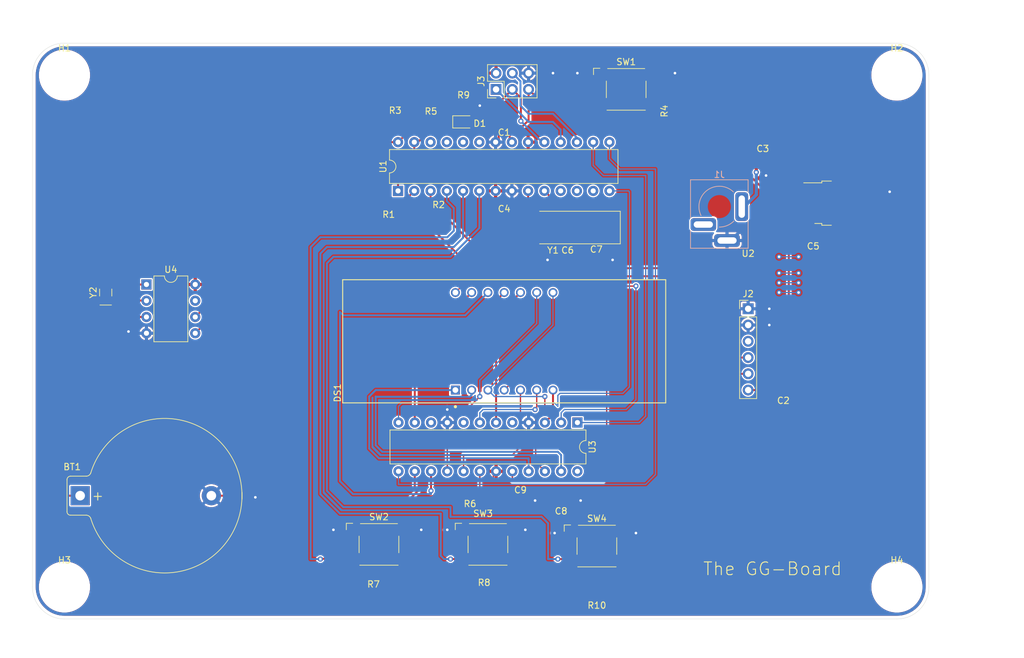
<source format=kicad_pcb>
(kicad_pcb (version 20211014) (generator pcbnew)
  (layers (0 "F.Cu" signal) (31 "B.Cu" signal) (34 "B.Paste" user) (35 "F.Paste" user) (36 "B.SilkS" user "B.Silkscreen") (37 "F.SilkS" user "F.Silkscreen") (38 "B.Mask" user) (39 "F.Mask" user) (44 "Edge.Cuts" user))
  (net 0 "")
  (net 1 "Net-(BT1-Pad1)")
  (net 2 "GND")
  (net 3 "Net-(C1-Pad1)")
  (net 4 "RESET")
  (net 5 "Net-(C2-Pad2)")
  (net 6 "Net-(C3-Pad1)")
  (net 7 "VCC")
  (net 8 "Net-(C6-Pad1)")
  (net 9 "Net-(C7-Pad1)")
  (net 10 "Net-(DS1-Pad1)")
  (net 11 "Net-(DS1-Pad2)")
  (net 12 "Net-(DS1-Pad3)")
  (net 13 "Net-(DS1-Pad4)")
  (net 14 "Net-(DS1-Pad5)")
  (net 15 "Net-(DS1-Pad6)")
  (net 16 "Net-(DS1-Pad7)")
  (net 17 "Net-(DS1-Pad9)")
  (net 18 "Net-(DS1-Pad10)")
  (net 19 "Net-(DS1-Pad11)")
  (net 20 "Net-(DS1-Pad12)")
  (net 21 "Net-(DS1-Pad13)")
  (net 22 "Net-(DS1-Pad14)")
  (net 24 "Net-(J2-Pad5)")
  (net 25 "Net-(J2-Pad4)")
  (net 27 "MISO")
  (net 28 "LED_SCK")
  (net 29 "MOSI")
  (net 30 "RXD")
  (net 31 "TXD")
  (net 32 "SCL")
  (net 33 "SDA")
  (net 34 "Net-(R6-Pad2)")
  (net 35 "BTN_DWN")
  (net 36 "BTN_SEL")
  (net 37 "BTN_UP")
  (net 41 "DISP_LOAD")
  (net 42 "DISP_CLK")
  (net 43 "DISP_DATA")
  (net 52 "Net-(U4-Pad1)")
  (net 53 "Net-(U4-Pad2)")
  (net 55 "Net-(D1-Pad1)")
  (footprint "footprints:MountingHole_3.2mm_M3" (layer "F.Cu") (at 215 140)
    (fp_text reference "H4")
    (fp_text value "MountingHole")
  )
  (footprint "footprints:C_0805_2012Metric" (layer "F.Cu") (at 197.27 109.22 180)
    (fp_text reference "C2")
    (fp_text value "C_0805_0.1uf")
  )
  (footprint "footprints:C_0805_2012Metric" (layer "F.Cu") (at 168.06 88.88)
    (fp_text reference "C7")
    (fp_text value "C_0805_22pf")
  )
  (footprint "footprints:PinHeader_2x03_P2.54mm_Vertical" (layer "F.Cu") (at 152.4 62.23 90)
    (fp_text reference "J3")
    (fp_text value "Conn_02x03_Odd_Even")
  )
  (footprint "footprints:TO-252-2" (layer "F.Cu") (at 205.74 80.01)
    (fp_text reference "U2")
    (fp_text value "L7805")
  )
  (footprint "footprints:C_0805_2012Metric" (layer "F.Cu") (at 153.67 67.31 180)
    (fp_text reference "C1")
    (fp_text value "C_0805_10uf")
  )
  (footprint "footprints:PinHeader_1x06_P2.54mm_Vertical" (layer "F.Cu") (at 191.77 96.52)
    (fp_text reference "J2")
    (fp_text value "Conn_01x06")
  )
  (footprint "footprints:SW_SPST_Omron_B3FS-100xP" (layer "F.Cu") (at 151.13 133.35)
    (fp_text reference "SW3")
    (fp_text value "Omron_B3F_SPST")
  )
  (footprint "footprints:R_0805_2012Metric" (layer "F.Cu") (at 151.13 127 180)
    (fp_text reference "R6")
    (fp_text value "R_0805_22K")
  )
  (footprint "footprints:R_0805_2012Metric" (layer "F.Cu") (at 180.34 65.62 90)
    (fp_text reference "R4")
    (fp_text value "R_0805_10K")
  )
  (footprint "footprints:C_0805_2012Metric" (layer "F.Cu") (at 153.67 82.55)
    (fp_text reference "C4")
    (fp_text value "C_0805_0.1uf")
  )
  (footprint "footprints:R_0805_2012Metric" (layer "F.Cu") (at 133.262 141.224)
    (fp_text reference "R7")
    (fp_text value "R_0805_10K")
  )
  (footprint "footprints:LED_0805_2012Metric" (layer "F.Cu") (at 147.32 67.31)
    (fp_text reference "D1")
    (fp_text value "LED_0805")
  )
  (footprint "footprints:C_0805_2012Metric" (layer "F.Cu") (at 156.21 126.492)
    (fp_text reference "C9")
    (fp_text value "C_0805_10uf")
  )
  (footprint "footprints:Adafruit-1001-0-0-MFG" (layer "F.Cu") (at 153.67 101.6 90)
    (fp_text reference "DS1")
    (fp_text value "LED_Display_1001" hide)
  )
  (footprint "footprints:DIP-28_W7.62mm" (layer "F.Cu") (at 137.09 78.095 90)
    (fp_text reference "U1")
    (fp_text value "ATmega328-PU")
  )
  (footprint "footprints:R_0805_2012Metric" (layer "F.Cu") (at 168.148 141.224 180)
    (fp_text reference "R10")
    (fp_text value "R_0805_10K")
  )
  (footprint "footprints:MountingHole_3.2mm_M3" (layer "F.Cu") (at 215 60)
    (fp_text reference "H2")
    (fp_text value "MountingHole")
  )
  (footprint "footprints:R_0805_2012Metric" (layer "F.Cu") (at 142.24 67.31)
    (fp_text reference "R5")
    (fp_text value "R_0805_4.7K")
  )
  (footprint "footprints:MountingHole_3.2mm_M3" (layer "F.Cu") (at 85 140)
    (fp_text reference "H3")
    (fp_text value "MountingHole")
  )
  (footprint "footprints:DIP-8_W7.62mm" (layer "F.Cu") (at 97.8 92.72)
    (fp_text reference "U4")
    (fp_text value "DS1307_DIP-8")
  )
  (footprint "footprints:SW_SPST_Omron_B3FS-100xP" (layer "F.Cu") (at 172.72 62.23)
    (fp_text reference "SW1")
    (fp_text value "Omron_B3F_SPST")
  )
  (footprint "footprints:C_0805_2012Metric" (layer "F.Cu") (at 201.93 85.09 180)
    (fp_text reference "C5")
    (fp_text value "C_0805_0.1uf")
  )
  (footprint "footprints:BatteryHolder_Keystone_106_1x20mm" (layer "F.Cu") (at 87.446314 125.730017)
    (fp_text reference "BT1")
    (fp_text value "Battery_Cell")
  )
  (footprint "footprints:MountingHole_3.2mm_M3" (layer "F.Cu") (at 85 60)
    (fp_text reference "H1")
    (fp_text value "MountingHole")
  )
  (footprint "footprints:SW_SPST_Omron_B3FS-100xP" (layer "F.Cu") (at 134.112 133.35)
    (fp_text reference "SW2")
    (fp_text value "Omron_B3F_SPST")
  )
  (footprint "footprints:R_0805_2012Metric" (layer "F.Cu") (at 138.35 81.915)
    (fp_text reference "R1")
    (fp_text value "R_0805_47")
  )
  (footprint "footprints:R_0805_2012Metric" (layer "F.Cu") (at 143.43 81.915)
    (fp_text reference "R2")
    (fp_text value "R_0805_47")
  )
  (footprint "footprints:Crystal_SMD_HC49-SD" (layer "F.Cu") (at 165.1 83.82 180)
    (fp_text reference "Y1")
    (fp_text value "Crystal_16MHz")
  )
  (footprint "footprints:SW_SPST_Omron_B3FS-100xP" (layer "F.Cu") (at 168.148 133.604)
    (fp_text reference "SW4")
    (fp_text value "Omron_B3F_SPST")
  )
  (footprint "footprints:R_0805_2012Metric" (layer "F.Cu") (at 147.32 64.77)
    (fp_text reference "R9")
    (fp_text value "R_0805_2.2K")
  )
  (footprint "footprints:DIP-24_W7.62mm" (layer "F.Cu") (at 165.105 114.3 -90)
    (fp_text reference "U3")
    (fp_text value "MAX7219")
  )
  (footprint "footprints:Crystal_SMD_2Pin_3.2x1.5mm" (layer "F.Cu") (at 91.44 93.98 90)
    (fp_text reference "Y2")
    (fp_text value "Crystal_32768Hz")
  )
  (footprint "footprints:R_0805_2012Metric" (layer "F.Cu") (at 150.534 140.97)
    (fp_text reference "R8")
    (fp_text value "R_0805_10K")
  )
  (footprint "footprints:C_0805_2012Metric" (layer "F.Cu") (at 162.98 88.88 180)
    (fp_text reference "C6")
    (fp_text value "C_0805_22pf")
  )
  (footprint "footprints:R_0805_2012Metric" (layer "F.Cu") (at 137.16 67.31)
    (fp_text reference "R3")
    (fp_text value "R_0805_4.7K")
  )
  (footprint "footprints:C_0805_2012Metric" (layer "F.Cu") (at 194.056 73.152)
    (fp_text reference "C3")
    (fp_text value "C_0805_0.1uf")
  )
  (footprint "footprints:C_0805_2012Metric" (layer "F.Cu") (at 162.56 126.492 180)
    (fp_text reference "C8")
    (fp_text value "C_0805_0.1uf")
  )
  (footprint "footprints:Wurth-694106402002" (layer "B.Cu") (at 187.268 80.552 180)
    (fp_text reference "J1")
    (fp_text value "Power_inlet_vertical" hide)
  )
  (gr_line locked (start 220 60) (end 220 140) (layer "Edge.Cuts") (width 0.05))
  (gr_line locked (start 80 60) (end 80 140) (layer "Edge.Cuts") (width 0.05))
  (gr_arc locked (start 80 60) (mid 81.464466 56.464466) (end 85 55) (layer "Edge.Cuts") (width 0.05))
  (gr_arc locked (start 85 145) (mid 81.464466 143.535534) (end 80 140) (layer "Edge.Cuts") (width 0.05))
  (gr_arc locked (start 220 140) (mid 218.535534 143.535534) (end 215 145) (layer "Edge.Cuts") (width 0.05))
  (gr_line locked (start 215 55) (end 85 55) (layer "Edge.Cuts") (width 0.05))
  (gr_arc locked (start 215 55) (mid 218.535534 56.464466) (end 220 60) (layer "Edge.Cuts") (width 0.05))
  (gr_line locked (start 215 145) (end 85 145) (layer "Edge.Cuts") (width 0.05))
  (gr_text "The GG-Board" (at 195.58 137.16) (layer "F.SilkS") (effects (font (size 2 2))))
  (segment (start 97.8 97.8) (end 86.604 97.8) (width 0.3048) (layer "F.Cu") (net 1))
  (segment (start 83.82 100.584) (end 83.82 125.984) (width 0.3048) (layer "F.Cu") (net 1))
  (segment (start 84.073983 125.730017) (end 87.446314 125.730017) (width 0.3048) (layer "F.Cu") (net 1))
  (segment (start 86.603992 97.800008) (end 83.82 100.584) (width 0.3048) (layer "F.Cu") (net 1))
  (segment (start 83.82 125.984) (end 84.073983 125.730017) (width 0.3048) (layer "F.Cu") (net 1))
  (segment (start 144.785 114.3) (end 144.785 112.273) (width 0.2032) (layer "F.Cu") (net 2))
  (segment (start 156.936 131.1) (end 156.972 131.064) (width 0.2032) (layer "F.Cu") (net 2))
  (segment (start 168.91 88.88) (end 170.6 88.88) (width 0.2032) (layer "F.Cu") (net 2))
  (segment (start 172.148 131.354) (end 174.026 131.354) (width 0.2032) (layer "F.Cu") (net 2))
  (segment (start 194.564 75.692) (end 194.564 73.494) (width 0.508) (layer "F.Cu") (net 2))
  (segment (start 144.816 131.1) (end 144.78 131.064) (width 0.2032) (layer "F.Cu") (net 2))
  (segment (start 207.84 80.01) (end 212.09 80.01) (width 0.508) (layer "F.Cu") (net 2))
  (segment (start 164.148 131.354) (end 161.762 131.354) (width 0.2032) (layer "F.Cu") (net 2))
  (segment (start 168.72 59.98) (end 165.39 59.98) (width 0.3048) (layer "F.Cu") (net 2))
  (segment (start 155.13 131.1) (end 156.936 131.1) (width 0.2032) (layer "F.Cu") (net 2))
  (segment (start 157.48 59.69) (end 161.29 59.69) (width 0.3048) (layer "F.Cu") (net 2))
  (segment (start 138.112 131.1) (end 140.68 131.1) (width 0.2032) (layer "F.Cu") (net 2))
  (segment (start 152.82 67.31) (end 152.82 69.985) (width 0.3048) (layer "F.Cu") (net 2))
  (segment (start 163.41 126.492) (end 165.608 126.492) (width 0.3048) (layer "F.Cu") (net 2))
  (segment (start 176.72 59.98) (end 180.05 59.98) (width 0.3048) (layer "F.Cu") (net 2))
  (segment (start 144.785 112.273) (end 144.78 112.268) (width 0.2032) (layer "F.Cu") (net 2))
  (segment (start 202.78 85.07) (end 207.84 80.01) (width 0.508) (layer "F.Cu") (net 2))
  (segment (start 152.82 69.985) (end 152.33 70.475) (width 0.3048) (layer "F.Cu") (net 2))
  (segment (start 191.77 96.52) (end 195.072 96.52) (width 0.3048) (layer "F.Cu") (net 2))
  (segment (start 107.936314 125.730017) (end 114.554017 125.730017) (width 0.3048) (layer "F.Cu") (net 2))
  (segment (start 154.87 82.2) (end 154.52 82.55) (width 0.2032) (layer "F.Cu") (net 2))
  (segment (start 127.036 131.1) (end 127 131.064) (width 0.2032) (layer "F.Cu") (net 2))
  (segment (start 148.17 64.77) (end 149.86 64.77) (width 0.3048) (layer "F.Cu") (net 2))
  (segment (start 162.13 88.88) (end 160.44 88.88) (width 0.2032) (layer "F.Cu") (net 2))
  (segment (start 154.87 78.095) (end 154.87 82.2) (width 0.2032) (layer "F.Cu") (net 2))
  (segment (start 147.13 131.1) (end 144.816 131.1) (width 0.2032) (layer "F.Cu") (net 2))
  (segment (start 114.554017 125.730017) (end 114.808 125.984) (width 0.3048) (layer "F.Cu") (net 2))
  (segment (start 212.09 80.01) (end 213.868 78.232) (width 0.508) (layer "F.Cu") (net 2))
  (segment (start 202.78 85.09) (end 202.78 85.07) (width 0.508) (layer "F.Cu") (net 2))
  (segment (start 161.762 131.354) (end 161.544 131.572) (width 0.2032) (layer "F.Cu") (net 2))
  (segment (start 97.8 100.34) (end 95.26 100.34) (width 0.3048) (layer "F.Cu") (net 2))
  (segment (start 174.026 131.354) (end 174.244 131.572) (width 0.2032) (layer "F.Cu") (net 2))
  (segment (start 180.05 59.98) (end 180.34 59.69) (width 0.3048) (layer "F.Cu") (net 2))
  (segment (start 165.39 59.98) (end 165.1 59.69) (width 0.3048) (layer "F.Cu") (net 2))
  (segment (start 140.68 131.1) (end 140.716 131.064) (width 0.2032) (layer "F.Cu") (net 2))
  (segment (start 130.112 131.1) (end 127.036 131.1) (width 0.2032) (layer "F.Cu") (net 2))
  (segment (start 194.564 73.494) (end 194.906 73.152) (width 0.508) (layer "F.Cu") (net 2))
  (segment (start 157.06 126.492) (end 158.496 126.492) (width 0.3048) (layer "F.Cu") (net 2))
  (segment (start 95.26 100.34) (end 94.996 100.076) (width 0.3048) (layer "F.Cu") (net 2))
  (segment (start 191.77 99.06) (end 195.072 99.06) (width 0.3048) (layer "F.Cu") (net 2))
  (via (at 180.34 59.69) (size 0.8128) (drill 0.4064) (layers "F.Cu" "B.Cu") (net 2))
  (via (at 213.868 78.232) (size 0.8128) (drill 0.4064) (layers "F.Cu" "B.Cu") (net 2))
  (via (at 156.972 131.064) (size 0.8128) (drill 0.4064) (layers "F.Cu" "B.Cu") (net 2))
  (via (at 127 131.064) (size 0.8128) (drill 0.4064) (layers "F.Cu" "B.Cu") (net 2))
  (via (at 140.716 131.064) (size 0.8128) (drill 0.4064) (layers "F.Cu" "B.Cu") (net 2))
  (via (at 158.496 126.492) (size 0.8128) (drill 0.4064) (layers "F.Cu" "B.Cu") (net 2))
  (via (at 195.072 99.06) (size 0.8128) (drill 0.4064) (layers "F.Cu" "B.Cu") (net 2))
  (via (at 165.1 59.69) (size 0.8128) (drill 0.4064) (layers "F.Cu" "B.Cu") (net 2))
  (via (at 161.544 131.572) (size 0.8128) (drill 0.4064) (layers "F.Cu" "B.Cu") (net 2))
  (via (at 149.86 64.77) (size 0.8128) (drill 0.4064) (layers "F.Cu" "B.Cu") (net 2))
  (via (at 174.244 131.572) (size 0.8128) (drill 0.4064) (layers "F.Cu" "B.Cu") (net 2))
  (via (at 165.608 126.492) (size 0.8128) (drill 0.4064) (layers "F.Cu" "B.Cu") (net 2))
  (via (at 144.78 112.268) (size 0.8128) (drill 0.4064) (layers "F.Cu" "B.Cu") (net 2))
  (via (at 160.44 88.88) (size 0.8128) (drill 0.4064) (layers "F.Cu" "B.Cu") (net 2))
  (via (at 94.996 100.076) (size 0.8128) (drill 0.4064) (layers "F.Cu" "B.Cu") (net 2))
  (via (at 161.29 59.69) (size 0.8128) (drill 0.4064) (layers "F.Cu" "B.Cu") (net 2))
  (via (at 195.072 96.52) (size 0.8128) (drill 0.4064) (layers "F.Cu" "B.Cu") (net 2))
  (via (at 114.808 125.984) (size 0.8128) (drill 0.4064) (layers "F.Cu" "B.Cu") (net 2))
  (via (at 170.6 88.88) (size 0.8128) (drill 0.4064) (layers "F.Cu" "B.Cu") (net 2))
  (via (at 144.78 131.064) (size 0.8128) (drill 0.4064) (layers "F.Cu" "B.Cu") (net 2))
  (via (at 194.564 75.692) (size 0.8128) (drill 0.4064) (layers "F.Cu" "B.Cu") (net 2))
  (segment (start 194.564 82.296) (end 194.564 75.692) (width 0.508) (layer "B.Cu") (net 2))
  (segment (start 189.071006 85.852) (end 192.627006 82.296) (width 0.508) (layer "B.Cu") (net 2))
  (segment (start 192.627006 82.296) (end 194.564 82.296) (width 0.508) (layer "B.Cu") (net 2))
  (segment (start 188.468 85.852) (end 189.071006 85.852) (width 0.508) (layer "B.Cu") (net 2))
  (segment (start 154.52 70.125) (end 154.87 70.475) (width 0.3048) (layer "F.Cu") (net 3))
  (segment (start 154.52 67.31) (end 154.52 70.125) (width 0.3048) (layer "F.Cu") (net 3))
  (segment (start 157.48 62.23) (end 157.48 67.056) (width 0.3048) (layer "F.Cu") (net 4))
  (segment (start 156.025111 68.510889) (end 156.025111 74.098889) (width 0.3048) (layer "F.Cu") (net 4))
  (segment (start 176.72 64.48) (end 180.05 64.48) (width 0.3048) (layer "F.Cu") (net 4))
  (segment (start 157.48 67.056) (end 156.025111 68.510889) (width 0.3048) (layer "F.Cu") (net 4))
  (segment (start 137.16 75.692) (end 137.09 75.762) (width 0.3048) (layer "F.Cu") (net 4))
  (segment (start 198.12 81.788) (end 181.102 64.77) (width 0.3048) (layer "F.Cu") (net 4))
  (segment (start 157.48 62.23) (end 159.73 64.48) (width 0.3048) (layer "F.Cu") (net 4))
  (segment (start 180.05 64.48) (end 180.34 64.77) (width 0.3048) (layer "F.Cu") (net 4))
  (segment (start 156.025111 74.098889) (end 154.432 75.692) (width 0.3048) (layer "F.Cu") (net 4))
  (segment (start 181.102 64.77) (end 180.34 64.77) (width 0.3048) (layer "F.Cu") (net 4))
  (segment (start 168.72 64.48) (end 176.72 64.48) (width 0.3048) (layer "F.Cu") (net 4))
  (segment (start 159.73 64.48) (end 168.72 64.48) (width 0.3048) (layer "F.Cu") (net 4))
  (segment (start 137.09 75.762) (end 137.09 78.095) (width 0.3048) (layer "F.Cu") (net 4))
  (segment (start 154.432 75.692) (end 137.16 75.692) (width 0.3048) (layer "F.Cu") (net 4))
  (segment (start 198.12 109.22) (end 198.12 81.788) (width 0.3048) (layer "F.Cu") (net 4))
  (segment (start 191.77 109.22) (end 196.42 109.22) (width 0.3048) (layer "F.Cu") (net 5))
  (segment (start 193.548 68.58) (end 201.168 68.58) (width 0.508) (layer "F.Cu") (net 6))
  (segment (start 201.168 68.58) (end 201.676 69.088) (width 0.508) (layer "F.Cu") (net 6))
  (segment (start 193.04 73.318) (end 193.206 73.152) (width 0.508) (layer "F.Cu") (net 6))
  (segment (start 201.54 69.224) (end 201.54 77.73) (width 0.508) (layer "F.Cu") (net 6))
  (segment (start 193.04 75.184) (end 193.04 73.318) (width 0.508) (layer "F.Cu") (net 6))
  (segment (start 193.206 68.922) (end 193.548 68.58) (width 0.508) (layer "F.Cu") (net 6))
  (segment (start 193.206 73.152) (end 193.206 68.922) (width 0.508) (layer "F.Cu") (net 6))
  (segment (start 201.676 69.088) (end 201.54 69.224) (width 0.508) (layer "F.Cu") (net 6))
  (via (at 193.04 75.184) (size 0.8128) (drill 0.4064) (layers "F.Cu" "B.Cu") (net 6))
  (segment (start 193.04 78.684) (end 193.04 75.184) (width 0.508) (layer "B.Cu") (net 6))
  (segment (start 190.952 80.772) (end 193.04 78.684) (width 0.508) (layer "B.Cu") (net 6))
  (segment (start 132.842 67.31) (end 136.31 67.31) (width 0.3048) (layer "F.Cu") (net 7))
  (segment (start 105.42 92.72) (end 107.432 92.72) (width 0.3048) (layer "F.Cu") (net 7))
  (segment (start 107.432 92.72) (end 132.842 67.31) (width 0.3048) (layer "F.Cu") (net 7))
  (segment (start 152.33 78.095) (end 152.33 82.06) (width 0.2032) (layer "F.Cu") (net 7))
  (segment (start 201.08 82.75) (end 201.54 82.29) (width 0.508) (layer "F.Cu") (net 7))
  (segment (start 152.33 82.06) (end 152.82 82.55) (width 0.2032) (layer "F.Cu") (net 7))
  (segment (start 151.98 122.345) (end 152.405 121.92) (width 0.2032) (layer "F.Cu") (net 7))
  (segment (start 201.08 85.09) (end 201.08 82.75) (width 0.508) (layer "F.Cu") (net 7))
  (segment (start 151.98 127) (end 151.98 122.345) (width 0.2032) (layer "F.Cu") (net 7))
  (via (at 199.644 92.456) (size 0.8128) (drill 0.4064) (layers "F.Cu" "B.Cu") (net 7))
  (via (at 196.596 92.456) (size 0.8128) (drill 0.4064) (layers "F.Cu" "B.Cu") (net 7))
  (via (at 199.644 90.932) (size 0.8128) (drill 0.4064) (layers "F.Cu" "B.Cu") (net 7))
  (via (at 196.596 90.932) (size 0.8128) (drill 0.4064) (layers "F.Cu" "B.Cu") (net 7))
  (via (at 196.596 88.392) (size 0.8128) (drill 0.4064) (layers "F.Cu" "B.Cu") (net 7))
  (via (at 199.644 88.392) (size 0.8128) (drill 0.4064) (layers "F.Cu" "B.Cu") (net 7))
  (via (at 199.644 93.98) (size 0.8128) (drill 0.4064) (layers "F.Cu" "B.Cu") (net 7))
  (via (at 196.596 93.98) (size 0.8128) (drill 0.4064) (layers "F.Cu" "B.Cu") (net 7))
  (segment (start 196.596 90.932) (end 199.644 90.932) (width 0.2032) (layer "B.Cu") (net 7))
  (segment (start 196.596 88.392) (end 199.644 88.392) (width 0.2032) (layer "B.Cu") (net 7))
  (segment (start 196.596 93.98) (end 199.644 93.98) (width 0.2032) (layer "B.Cu") (net 7))
  (segment (start 196.596 92.456) (end 199.644 92.456) (width 0.2032) (layer "B.Cu") (net 7))
  (segment (start 157.41 78.095) (end 157.41 79.94) (width 0.3048) (layer "F.Cu") (net 8))
  (segment (start 160.02 80.01) (end 160.85 80.84) (width 0.3048) (layer "F.Cu") (net 8))
  (segment (start 160.85 80.84) (end 160.85 83.82) (width 0.3048) (layer "F.Cu") (net 8))
  (segment (start 163.83 86.8) (end 163.83 88.88) (width 0.3048) (layer "F.Cu") (net 8))
  (segment (start 157.41 79.94) (end 157.48 80.01) (width 0.3048) (layer "F.Cu") (net 8))
  (segment (start 160.85 83.82) (end 163.83 86.8) (width 0.3048) (layer "F.Cu") (net 8))
  (segment (start 157.48 80.01) (end 160.02 80.01) (width 0.3048) (layer "F.Cu") (net 8))
  (segment (start 161.865 80.01) (end 168.91 80.01) (width 0.3048) (layer "F.Cu") (net 9))
  (segment (start 169.35 83.82) (end 167.21 85.96) (width 0.3048) (layer "F.Cu") (net 9))
  (segment (start 159.95 78.095) (end 161.865 80.01) (width 0.3048) (layer "F.Cu") (net 9))
  (segment (start 168.91 80.01) (end 169.35 80.45) (width 0.3048) (layer "F.Cu") (net 9))
  (segment (start 169.35 80.45) (end 169.35 83.82) (width 0.3048) (layer "F.Cu") (net 9))
  (segment (start 167.21 85.96) (end 167.21 88.88) (width 0.3048) (layer "F.Cu") (net 9))
  (segment (start 134.112 119.888) (end 157.48 119.888) (width 0.3048) (layer "B.Cu") (net 10))
  (segment (start 132.588 118.364) (end 134.112 119.888) (width 0.3048) (layer "B.Cu") (net 10))
  (segment (start 157.48 119.888) (end 157.485 119.893) (width 0.3048) (layer "B.Cu") (net 10))
  (segment (start 146.05 109.22) (end 133.604 109.22) (width 0.3048) (layer "B.Cu") (net 10))
  (segment (start 157.485 119.893) (end 157.485 121.92) (width 0.3048) (layer "B.Cu") (net 10))
  (segment (start 133.604 109.22) (end 132.588 110.236) (width 0.3048) (layer "B.Cu") (net 10))
  (segment (start 132.588 110.236) (end 132.588 118.364) (width 0.3048) (layer "B.Cu") (net 10))
  (segment (start 148.59 109.22) (end 148.59 109.982) (width 0.3048) (layer "B.Cu") (net 11))
  (segment (start 133.604 110.236) (end 133.604 117.856) (width 0.3048) (layer "B.Cu") (net 11))
  (segment (start 148.296889 110.275111) (end 133.643111 110.275111) (width 0.3048) (layer "B.Cu") (net 11))
  (segment (start 148.59 109.982) (end 148.296889 110.275111) (width 0.3048) (layer "B.Cu") (net 11))
  (segment (start 162.565004 119.385004) (end 162.565004 121.92) (width 0.3048) (layer "B.Cu") (net 11))
  (segment (start 162.052 118.872) (end 162.565 119.385) (width 0.3048) (layer "B.Cu") (net 11))
  (segment (start 134.62 118.872) (end 162.052 118.872) (width 0.3048) (layer "B.Cu") (net 11))
  (segment (start 133.604 117.856) (end 134.62 118.872) (width 0.3048) (layer "B.Cu") (net 11))
  (segment (start 133.643111 110.275111) (end 133.604 110.236) (width 0.3048) (layer "B.Cu") (net 11))
  (segment (start 160.02 110.236) (end 160.02 112.411889) (width 0.2032) (layer "F.Cu") (net 12))
  (segment (start 158.589311 113.842578) (end 158.589311 120.484311) (width 0.2032) (layer "F.Cu") (net 12))
  (segment (start 158.589311 120.484311) (end 160.025 121.92) (width 0.2032) (layer "F.Cu") (net 12))
  (segment (start 160.02 112.411889) (end 158.589311 113.842578) (width 0.2032) (layer "F.Cu") (net 12))
  (via (at 160.02 110.236) (size 0.8128) (drill 0.4064) (layers "F.Cu" "B.Cu") (net 12))
  (segment (start 161.29 99.06) (end 151.13 109.22) (width 0.2032) (layer "B.Cu") (net 12))
  (segment (start 152.146 110.236) (end 160.02 110.236) (width 0.2032) (layer "B.Cu") (net 12))
  (segment (start 151.13 109.22) (end 152.146 110.236) (width 0.2032) (layer "B.Cu") (net 12))
  (segment (start 161.29 93.98) (end 161.29 99.06) (width 0.2032) (layer "B.Cu") (net 12))
  (segment (start 155.702 107.188) (end 169.672 107.188) (width 0.2032) (layer "F.Cu") (net 13))
  (segment (start 154.94 123.444) (end 154.945 123.439) (width 0.2032) (layer "F.Cu") (net 13))
  (segment (start 169.672 107.188) (end 169.672 122.936) (width 0.2032) (layer "F.Cu") (net 13))
  (segment (start 153.67 109.22) (end 155.702 107.188) (width 0.2032) (layer "F.Cu") (net 13))
  (segment (start 169.164 123.444) (end 154.94 123.444) (width 0.2032) (layer "F.Cu") (net 13))
  (segment (start 169.672 122.936) (end 169.164 123.444) (width 0.2032) (layer "F.Cu") (net 13))
  (segment (start 154.945 123.439) (end 154.945 121.92) (width 0.2032) (layer "F.Cu") (net 13))
  (segment (start 156.21 109.22) (end 156.21 117.602) (width 0.2032) (layer "F.Cu") (net 14))
  (segment (start 154.94 119.38) (end 147.32 119.38) (width 0.2032) (layer "F.Cu") (net 14))
  (segment (start 147.325 119.385) (end 147.325 121.92) (width 0.2032) (layer "F.Cu") (net 14))
  (segment (start 147.32 119.38) (end 147.325 119.385) (width 0.2032) (layer "F.Cu") (net 14))
  (segment (start 156.464 117.856) (end 154.94 119.38) (width 0.2032) (layer "F.Cu") (net 14))
  (segment (start 156.21 117.602) (end 156.464 117.856) (width 0.2032) (layer "F.Cu") (net 14))
  (segment (start 158.496 112.268) (end 158.75 112.014) (width 0.2032) (layer "F.Cu") (net 15))
  (segment (start 158.75 112.014) (end 158.75 109.22) (width 0.2032) (layer "F.Cu") (net 15))
  (via (at 158.496 112.268) (size 0.8128) (drill 0.4064) (layers "F.Cu" "B.Cu") (net 15))
  (segment (start 150.368 112.268) (end 158.496 112.268) (width 0.2032) (layer "B.Cu") (net 15))
  (segment (start 149.865 114.3) (end 149.865 112.771) (width 0.2032) (layer "B.Cu") (net 15))
  (segment (start 149.865 112.771) (end 150.368 112.268) (width 0.2032) (layer "B.Cu") (net 15))
  (segment (start 161.29 113.035) (end 160.025 114.3) (width 0.3048) (layer "F.Cu") (net 16))
  (segment (start 161.29 109.22) (end 161.29 113.035) (width 0.3048) (layer "F.Cu") (net 16))
  (segment (start 147.828 118.364) (end 144.78 118.364) (width 0.2032) (layer "F.Cu") (net 17))
  (segment (start 144.785 118.369) (end 144.785 121.92) (width 0.2032) (layer "F.Cu") (net 17))
  (segment (start 148.429311 117.762689) (end 147.828 118.364) (width 0.2032) (layer "F.Cu") (net 17))
  (segment (start 149.86 110.236) (end 148.429311 111.666689) (width 0.2032) (layer "F.Cu") (net 17))
  (segment (start 144.78 118.364) (end 144.785 118.369) (width 0.2032) (layer "F.Cu") (net 17))
  (segment (start 148.429311 111.666689) (end 148.429311 117.762689) (width 0.2032) (layer "F.Cu") (net 17))
  (via (at 149.86 110.236) (size 0.8128) (drill 0.4064) (layers "F.Cu" "B.Cu") (net 17))
  (segment (start 158.75 98.806) (end 149.86 107.696) (width 0.2032) (layer "B.Cu") (net 17))
  (segment (start 158.75 93.98) (end 158.75 98.806) (width 0.2032) (layer "B.Cu") (net 17))
  (segment (start 149.86 107.696) (end 149.86 110.236) (width 0.2032) (layer "B.Cu") (net 17))
  (segment (start 156.21 93.98) (end 152.405 97.785) (width 0.3048) (layer "F.Cu") (net 18))
  (segment (start 152.405 97.785) (end 152.405 114.3) (width 0.3048) (layer "F.Cu") (net 18))
  (segment (start 139.705 107.945) (end 139.705 114.3) (width 0.3048) (layer "F.Cu") (net 19))
  (segment (start 153.67 93.98) (end 139.705 107.945) (width 0.3048) (layer "F.Cu") (net 19))
  (segment (start 142.24 124.968) (end 142.245 124.963) (width 0.3048) (layer "F.Cu") (net 20))
  (segment (start 142.245 124.963) (end 142.245 121.92) (width 0.3048) (layer "F.Cu") (net 20))
  (via (at 142.24 124.968) (size 0.8128) (drill 0.4064) (layers "F.Cu" "B.Cu") (net 20))
  (segment (start 128.016 97.028) (end 128.016 123.444) (width 0.3048) (layer "B.Cu") (net 20))
  (segment (start 142.24 125.476) (end 142.24 124.968) (width 0.3048) (layer "B.Cu") (net 20))
  (segment (start 128.524 97.536) (end 128.016 97.028) (width 0.3048) (layer "B.Cu") (net 20))
  (segment (start 128.016 123.444) (end 130.048 125.476) (width 0.3048) (layer "B.Cu") (net 20))
  (segment (start 151.13 93.98) (end 147.574 97.536) (width 0.3048) (layer "B.Cu") (net 20))
  (segment (start 130.048 125.476) (end 142.24 125.476) (width 0.3048) (layer "B.Cu") (net 20))
  (segment (start 147.574 97.536) (end 128.524 97.536) (width 0.3048) (layer "B.Cu") (net 20))
  (segment (start 148.59 93.98) (end 146.558 96.012) (width 0.3048) (layer "F.Cu") (net 21))
  (segment (start 138.684 126.492) (end 140.208 124.968) (width 0.3048) (layer "F.Cu") (net 21))
  (segment (start 127 123.952) (end 129.54 126.492) (width 0.3048) (layer "F.Cu") (net 21))
  (segment (start 129.54 126.492) (end 138.684 126.492) (width 0.3048) (layer "F.Cu") (net 21))
  (segment (start 140.208 124.968) (end 139.705 124.465) (width 0.3048) (layer "F.Cu") (net 21))
  (segment (start 146.558 96.012) (end 127 96.012) (width 0.3048) (layer "F.Cu") (net 21))
  (segment (start 139.705 124.465) (end 139.705 121.92) (width 0.3048) (layer "F.Cu") (net 21))
  (segment (start 127 96.012) (end 127 123.952) (width 0.3048) (layer "F.Cu") (net 21))
  (segment (start 146.05 93.98) (end 147.054311 92.975689) (width 0.2032) (layer "F.Cu") (net 22))
  (segment (start 174.232311 92.975689) (end 174.244 92.964) (width 0.2032) (layer "F.Cu") (net 22))
  (segment (start 147.054311 92.975689) (end 174.232311 92.975689) (width 0.2032) (layer "F.Cu") (net 22))
  (via (at 174.244 92.964) (size 0.8128) (drill 0.4064) (layers "F.Cu" "B.Cu") (net 22))
  (segment (start 163.068 112.268) (end 162.565 112.771) (width 0.2032) (layer "B.Cu") (net 22))
  (segment (start 174.244 92.964) (end 174.244 110.744) (width 0.2032) (layer "B.Cu") (net 22))
  (segment (start 172.72 112.268) (end 163.068 112.268) (width 0.2032) (layer "B.Cu") (net 22))
  (segment (start 162.565 112.771) (end 162.565 114.3) (width 0.2032) (layer "B.Cu") (net 22))
  (segment (start 174.244 110.744) (end 172.72 112.268) (width 0.2032) (layer "B.Cu") (net 22))
  (segment (start 140.335 81.915) (end 149.86 91.44) (width 0.3048) (layer "F.Cu") (net 24))
  (segment (start 182.88 91.44) (end 186.69 95.25) (width 0.3048) (layer "F.Cu") (net 24))
  (segment (start 186.69 95.25) (end 186.69 106.68) (width 0.3048) (layer "F.Cu") (net 24))
  (segment (start 186.69 106.68) (end 191.77 106.68) (width 0.3048) (layer "F.Cu") (net 24))
  (segment (start 139.2 81.915) (end 140.335 81.915) (width 0.2032) (layer "F.Cu") (net 24))
  (segment (start 149.86 91.44) (end 182.88 91.44) (width 0.3048) (layer "F.Cu") (net 24))
  (segment (start 144.28 81.915) (end 152.535 90.17) (width 0.3048) (layer "F.Cu") (net 25))
  (segment (start 187.96 93.98) (end 187.96 104.14) (width 0.3048) (layer "F.Cu") (net 25))
  (segment (start 184.15 90.17) (end 187.96 93.98) (width 0.3048) (layer "F.Cu") (net 25))
  (segment (start 187.96 104.14) (end 191.77 104.14) (width 0.3048) (layer "F.Cu") (net 25))
  (segment (start 152.535 90.17) (end 184.15 90.17) (width 0.3048) (layer "F.Cu") (net 25))
  (segment (start 157.48 67.31) (end 161.29 67.31) (width 0.3048) (layer "B.Cu") (net 27))
  (segment (start 161.29 67.31) (end 162.49 68.51) (width 0.3048) (layer "B.Cu") (net 27))
  (segment (start 162.49 68.51) (end 162.49 70.475) (width 0.3048) (layer "B.Cu") (net 27))
  (segment (start 152.4 62.23) (end 157.48 67.31) (width 0.3048) (layer "B.Cu") (net 27))
  (segment (start 148.2575 67.31) (end 149.86 67.31) (width 0.3048) (layer "F.Cu") (net 28))
  (segment (start 154.94 62.23) (end 156.276076 63.566076) (width 0.3048) (layer "F.Cu") (net 28))
  (segment (start 149.86 67.31) (end 154.94 62.23) (width 0.3048) (layer "F.Cu") (net 28))
  (segment (start 156.276076 63.566076) (end 156.276076 67.183) (width 0.3048) (layer "F.Cu") (net 28))
  (via (at 156.276076 67.183) (size 0.8128) (drill 0.4064) (layers "F.Cu" "B.Cu") (net 28))
  (segment (start 156.276076 67.183) (end 159.568076 70.475) (width 0.3048) (layer "B.Cu") (net 28))
  (segment (start 159.568076 70.475) (end 159.95 70.475) (width 0.3048) (layer "B.Cu") (net 28))
  (segment (start 165.03 69.78) (end 165.03 70.475) (width 0.3048) (layer "B.Cu") (net 29))
  (segment (start 154.94 59.69) (end 156.21 60.96) (width 0.3048) (layer "B.Cu") (net 29))
  (segment (start 156.21 60.96) (end 156.21 64.77) (width 0.3048) (layer "B.Cu") (net 29))
  (segment (start 156.21 64.77) (end 157.48 66.04) (width 0.3048) (layer "B.Cu") (net 29))
  (segment (start 161.29 66.04) (end 165.03 69.78) (width 0.3048) (layer "B.Cu") (net 29))
  (segment (start 157.48 66.04) (end 161.29 66.04) (width 0.3048) (layer "B.Cu") (net 29))
  (segment (start 137.5 80.225) (end 137.5 81.915) (width 0.3048) (layer "F.Cu") (net 30))
  (segment (start 139.63 78.095) (end 137.5 80.225) (width 0.3048) (layer "F.Cu") (net 30))
  (segment (start 142.17 81.505) (end 142.58 81.915) (width 0.2032) (layer "F.Cu") (net 31))
  (segment (start 142.17 78.095) (end 142.17 81.505) (width 0.3048) (layer "F.Cu") (net 31))
  (segment (start 132.08 71.14) (end 132.08 70.612) (width 0.3048) (layer "F.Cu") (net 32))
  (segment (start 138.01 69.555) (end 137.09 70.475) (width 0.3048) (layer "F.Cu") (net 32))
  (segment (start 132.217 70.475) (end 137.09 70.475) (width 0.3048) (layer "F.Cu") (net 32))
  (segment (start 105.42 97.8) (end 132.08 71.14) (width 0.3048) (layer "F.Cu") (net 32))
  (segment (start 132.08 70.612) (end 132.217 70.475) (width 0.3048) (layer "F.Cu") (net 32))
  (segment (start 138.01 67.31) (end 138.01 69.555) (width 0.3048) (layer "F.Cu") (net 32))
  (segment (start 143.09 67.595222) (end 143.09 67.31) (width 0.3048) (layer "F.Cu") (net 33))
  (segment (start 105.42 100.34) (end 131.592 74.168) (width 0.3048) (layer "F.Cu") (net 33))
  (segment (start 139.7 74.168) (end 140.208 73.66) (width 0.3048) (layer "F.Cu") (net 33))
  (segment (start 140.208 73.66) (end 139.63 73.082) (width 0.3048) (layer "F.Cu") (net 33))
  (segment (start 140.210222 70.475) (end 143.09 67.595222) (width 0.3048) (layer "F.Cu") (net 33))
  (segment (start 139.63 73.082) (end 139.63 70.475) (width 0.3048) (layer "F.Cu") (net 33))
  (segment (start 131.592 74.168) (end 139.7 74.168) (width 0.3048) (layer "F.Cu") (net 33))
  (segment (start 139.63 70.475) (end 140.210222 70.475) (width 0.3048) (layer "F.Cu") (net 33))
  (segment (start 149.865 126.585) (end 150.28 127) (width 0.2032) (layer "F.Cu") (net 34))
  (segment (start 149.865 121.92) (end 149.865 126.585) (width 0.2032) (layer "F.Cu") (net 34))
  (segment (start 138.176 137.16) (end 138.112 137.096) (width 0.2032) (layer "F.Cu") (net 35))
  (segment (start 130.112 135.6) (end 138.112 135.6) (width 0.2032) (layer "F.Cu") (net 35))
  (segment (start 124.968 135.636) (end 125.004 135.6) (width 0.3048) (layer "F.Cu") (net 35))
  (segment (start 130.173 137.16) (end 130.048 137.16) (width 0.2032) (layer "F.Cu") (net 35))
  (segment (start 134.112 141.224) (end 134.112 141.099) (width 0.2032) (layer "F.Cu") (net 35))
  (segment (start 134.112 141.099) (end 130.173 137.16) (width 0.2032) (layer "F.Cu") (net 35))
  (segment (start 125.004 135.6) (end 130.112 135.6) (width 0.3048) (layer "F.Cu") (net 35))
  (segment (start 138.112 137.096) (end 138.112 135.6) (width 0.2032) (layer "F.Cu") (net 35))
  (segment (start 130.048 137.16) (end 130.112 137.096) (width 0.2032) (layer "F.Cu") (net 35))
  (segment (start 130.112 137.096) (end 130.112 135.6) (width 0.2032) (layer "F.Cu") (net 35))
  (segment (start 134.112 141.224) (end 138.176 137.16) (width 0.2032) (layer "F.Cu") (net 35))
  (via (at 124.968 135.636) (size 0.8128) (drill 0.4064) (layers "F.Cu" "B.Cu") (net 35))
  (segment (start 144.78 85.344) (end 124.968 85.344) (width 0.3048) (layer "B.Cu") (net 35))
  (segment (start 124.968 85.344) (end 123.444 86.868) (width 0.3048) (layer "B.Cu") (net 35))
  (segment (start 145.796 84.328) (end 144.78 85.344) (width 0.3048) (layer "B.Cu") (net 35))
  (segment (start 144.709998 78.094992) (end 144.709998 79.685998) (width 0.3048) (layer "B.Cu") (net 35))
  (segment (start 123.444 135.636) (end 124.968 135.636) (width 0.3048) (layer "B.Cu") (net 35))
  (segment (start 123.444 86.868) (end 123.444 135.636) (width 0.3048) (layer "B.Cu") (net 35))
  (segment (start 144.71 79.686) (end 145.796 80.772) (width 0.3048) (layer "B.Cu") (net 35))
  (segment (start 145.796 80.772) (end 145.796 84.328) (width 0.3048) (layer "B.Cu") (net 35))
  (segment (start 151.13 140.97) (end 151.384 140.97) (width 0.2032) (layer "F.Cu") (net 36))
  (segment (start 147.13 135.6) (end 155.13 135.6) (width 0.2032) (layer "F.Cu") (net 36))
  (segment (start 155.13 135.6) (end 155.13 137.224) (width 0.2032) (layer "F.Cu") (net 36))
  (segment (start 147.13 135.6) (end 150.876 139.346) (width 0.2032) (layer "F.Cu") (net 36))
  (segment (start 155.13 137.224) (end 151.384 140.97) (width 0.2032) (layer "F.Cu") (net 36))
  (segment (start 150.876 140.716) (end 151.13 140.97) (width 0.2032) (layer "F.Cu") (net 36))
  (segment (start 150.876 139.346) (end 150.876 140.716) (width 0.2032) (layer "F.Cu") (net 36))
  (segment (start 145.288 135.636) (end 147.094 135.636) (width 0.3048) (layer "F.Cu") (net 36))
  (segment (start 147.094 135.636) (end 147.13 135.6) (width 0.3048) (layer "F.Cu") (net 36))
  (via (at 145.288 135.636) (size 0.8128) (drill 0.4064) (layers "F.Cu" "B.Cu") (net 36))
  (segment (start 145.796 86.868) (end 125.984 86.868) (width 0.3048) (layer "B.Cu") (net 36))
  (segment (start 128.016 128.524) (end 143.764 128.524) (width 0.3048) (layer "B.Cu") (net 36))
  (segment (start 144.272 135.636) (end 145.288 135.636) (width 0.3048) (layer "B.Cu") (net 36))
  (segment (start 124.968 125.476) (end 128.016 128.524) (width 0.3048) (layer "B.Cu") (net 36))
  (segment (start 124.968 87.884) (end 124.968 125.476) (width 0.3048) (layer "B.Cu") (net 36))
  (segment (start 125.984 86.868) (end 124.968 87.884) (width 0.3048) (layer "B.Cu") (net 36))
  (segment (start 147.25 78.095) (end 147.25 85.414) (width 0.3048) (layer "B.Cu") (net 36))
  (segment (start 143.764 135.128) (end 144.272 135.636) (width 0.3048) (layer "B.Cu") (net 36))
  (segment (start 147.25 85.414) (end 145.796 86.868) (width 0.3048) (layer "B.Cu") (net 36))
  (segment (start 143.764 128.524) (end 143.764 135.128) (width 0.3048) (layer "B.Cu") (net 36))
  (segment (start 167.298 140.374) (end 167.298 141.224) (width 0.2032) (layer "F.Cu") (net 37))
  (segment (start 163.93 135.636) (end 164.148 135.854) (width 0.3048) (layer "F.Cu") (net 37))
  (segment (start 172.148 137.224) (end 172.148 135.854) (width 0.2032) (layer "F.Cu") (net 37))
  (segment (start 170.729 137.668) (end 171.704 137.668) (width 0.2032) (layer "F.Cu") (net 37))
  (segment (start 164.148 135.854) (end 172.148 135.854) (width 0.2032) (layer "F.Cu") (net 37))
  (segment (start 162.052 135.636) (end 163.93 135.636) (width 0.3048) (layer "F.Cu") (net 37))
  (segment (start 164.148 137.224) (end 167.298 140.374) (width 0.2032) (layer "F.Cu") (net 37))
  (segment (start 167.298 141.099) (end 170.729 137.668) (width 0.2032) (layer "F.Cu") (net 37))
  (segment (start 167.298 141.224) (end 167.298 141.099) (width 0.2032) (layer "F.Cu") (net 37))
  (segment (start 164.148 135.854) (end 164.148 137.224) (width 0.2032) (layer "F.Cu") (net 37))
  (segment (start 171.704 137.668) (end 172.148 137.224) (width 0.2032) (layer "F.Cu") (net 37))
  (via (at 162.052 135.636) (size 0.8128) (drill 0.4064) (layers "F.Cu" "B.Cu") (net 37))
  (segment (start 128.524 127.508) (end 145.288 127.508) (width 0.3048) (layer "B.Cu") (net 37))
  (segment (start 160.528 130.048) (end 160.528 135.636) (width 0.3048) (layer "B.Cu") (net 37))
  (segment (start 149.79 83.89) (end 145.288 88.392) (width 0.3048) (layer "B.Cu") (net 37))
  (segment (start 145.288 127.508) (end 145.288 129.032) (width 0.3048) (layer "B.Cu") (net 37))
  (segment (start 149.79 78.095) (end 149.79 83.89) (width 0.3048) (layer "B.Cu") (net 37))
  (segment (start 160.528 135.636) (end 162.052 135.636) (width 0.3048) (layer "B.Cu") (net 37))
  (segment (start 159.512 129.032) (end 160.528 130.048) (width 0.3048) (layer "B.Cu") (net 37))
  (segment (start 145.288 88.392) (end 127 88.392) (width 0.3048) (layer "B.Cu") (net 37))
  (segment (start 125.984 124.968) (end 128.524 127.508) (width 0.3048) (layer "B.Cu") (net 37))
  (segment (start 145.288 129.032) (end 159.512 129.032) (width 0.3048) (layer "B.Cu") (net 37))
  (segment (start 125.984 89.408) (end 125.984 124.968) (width 0.3048) (layer "B.Cu") (net 37))
  (segment (start 127 88.392) (end 125.984 89.408) (width 0.3048) (layer "B.Cu") (net 37))
  (segment (start 170.11 78.095) (end 173.091 78.095) (width 0.2032) (layer "B.Cu") (net 41))
  (segment (start 162.386311 109.728) (end 162.052 110.062311) (width 0.2032) (layer "B.Cu") (net 41))
  (segment (start 173.228 78.232) (end 173.228 108.712) (width 0.2032) (layer "B.Cu") (net 41))
  (segment (start 162.052 110.062311) (end 162.052 111.76) (width 0.2032) (layer "B.Cu") (net 41))
  (segment (start 173.228 108.712) (end 172.212 109.728) (width 0.2032) (layer "B.Cu") (net 41))
  (segment (start 137.165 111.755) (end 137.165 114.3) (width 0.2032) (layer "B.Cu") (net 41))
  (segment (start 161.544 111.252) (end 137.668 111.252) (width 0.2032) (layer "B.Cu") (net 41))
  (segment (start 173.091 78.095) (end 173.228 78.232) (width 0.2032) (layer "B.Cu") (net 41))
  (segment (start 137.668 111.252) (end 137.165 111.755) (width 0.2032) (layer "B.Cu") (net 41))
  (segment (start 162.052 111.76) (end 161.544 111.252) (width 0.2032) (layer "B.Cu") (net 41))
  (segment (start 172.212 109.728) (end 162.386311 109.728) (width 0.2032) (layer "B.Cu") (net 41))
  (segment (start 137.16 123.952) (end 137.165 123.947) (width 0.2032) (layer "B.Cu") (net 42))
  (segment (start 177.292 74.676) (end 177.292 122.428) (width 0.2032) (layer "B.Cu") (net 42))
  (segment (start 170.11 73.082) (end 171.704 74.676) (width 0.2032) (layer "B.Cu") (net 42))
  (segment (start 177.292 122.428) (end 175.768 123.952) (width 0.2032) (layer "B.Cu") (net 42))
  (segment (start 137.165 123.947) (end 137.165 121.92) (width 0.2032) (layer "B.Cu") (net 42))
  (segment (start 175.768 123.952) (end 137.16 123.952) (width 0.2032) (layer "B.Cu") (net 42))
  (segment (start 170.11 70.475) (end 170.11 73.082) (width 0.2032) (layer "B.Cu") (net 42))
  (segment (start 171.704 74.676) (end 177.292 74.676) (width 0.2032) (layer "B.Cu") (net 42))
  (segment (start 175.768 113.284) (end 174.752 114.3) (width 0.2032) (layer "B.Cu") (net 43))
  (segment (start 167.57 70.475) (end 167.57 74.098) (width 0.2032) (layer "B.Cu") (net 43))
  (segment (start 174.752 114.3) (end 165.105 114.3) (width 0.2032) (layer "B.Cu") (net 43))
  (segment (start 169.164 75.692) (end 175.768 75.692) (width 0.2032) (layer "B.Cu") (net 43))
  (segment (start 175.768 75.692) (end 175.768 113.284) (width 0.2032) (layer "B.Cu") (net 43))
  (segment (start 167.57 74.098) (end 169.164 75.692) (width 0.2032) (layer "B.Cu") (net 43))
  (segment (start 97.79 92.73) (end 97.8 92.72) (width 0.3048) (layer "F.Cu") (net 52))
  (segment (start 91.44 92.73) (end 97.79 92.73) (width 0.3048) (layer "F.Cu") (net 52))
  (segment (start 97.77 95.23) (end 97.8 95.26) (width 0.3048) (layer "F.Cu") (net 53))
  (segment (start 91.44 95.23) (end 97.77 95.23) (width 0.3048) (layer "F.Cu") (net 53))
  (segment (start 146.47 67.2225) (end 146.3825 67.31) (width 0.3048) (layer "F.Cu") (net 55))
  (segment (start 146.47 64.77) (end 146.47 67.2225) (width 0.3048) (layer "F.Cu") (net 55))
  (zone locked (net 0) (net_name "") (layers F&B.Cu) (connect_pads (clearance 0)) (min_thickness 0.254)
    (keepout (tracks not_allowed) (vias not_allowed) (pads allowed) (copperpour not_allowed) (footprints allowed))
    (fill (thermal_gap 0.508) (thermal_bridge_width 0.508))
    (polygon (pts (xy 219.005141 140) (xy 218.984638 139.595255) (xy 218.923337 139.194655) (xy 218.821867 138.802299) (xy 218.681267 138.422207) (xy 218.502975 138.058269) (xy 218.288818 137.714212) (xy 218.040989 137.393558) (xy 217.762024 137.09959) (xy 217.454779 136.835318) (xy 217.122401 136.603448) (xy 216.768293 136.406354) (xy 216.39608 136.246053) (xy 216.009573 136.124188) (xy 215.61273 136.042006) (xy 215.209613 136.000348) (xy 214.80435 135.999641) (xy 214.40109 136.039891) (xy 214.003962 136.120688) (xy 213.617032 136.241203) (xy 213.244262 136.400203) (xy 212.889468 136.59606) (xy 212.556283 136.826768) (xy 212.248118 137.089966) (xy 211.968128 137.382958) (xy 211.719181 137.702745) (xy 211.503824 138.046053) (xy 211.324263 138.409367) (xy 211.182337 138.788966) (xy 211.079498 139.180964) (xy 211.0168 139.581349) (xy 210.994883 139.986019) (xy 211.013974 140.390833) (xy 211.073876 140.791646) (xy 211.173975 141.184352) (xy 211.313248 141.564933) (xy 211.490268 141.929491) (xy 211.703223 142.274294) (xy 211.949932 142.595812) (xy 212.227869 142.890751) (xy 212.534189 143.156094) (xy 212.865755 143.389123) (xy 213.219173 143.587452) (xy 213.590825 143.74905) (xy 213.976904 143.872264) (xy 214.373458 143.955831) (xy 214.776427 143.998896) (xy 215.181685 144.001018) (xy 215.585083 143.962175) (xy 215.982491 143.882765) (xy 216.369839 143.763601) (xy 216.743162 143.605904) (xy 217.098637 143.411286) (xy 217.432626 143.181743) (xy 217.741708 142.919622) (xy 218.022718 142.627609) (xy 218.272781 142.308693) (xy 218.489334 141.966139) (xy 218.670162 141.603454) (xy 218.813412 141.224353) (xy 218.917619 140.832716) (xy 218.981715 140.432553) (xy 219.005043 140.027961)))
  )
  (zone locked (net 0) (net_name "") (layers F&B.Cu) (connect_pads (clearance 0)) (min_thickness 0.254)
    (keepout (tracks not_allowed) (vias not_allowed) (pads allowed) (copperpour not_allowed) (footprints allowed))
    (fill (thermal_gap 0.508) (thermal_bridge_width 0.508))
    (polygon (pts (xy 89.005141 60) (xy 88.984638 59.595255) (xy 88.923337 59.194655) (xy 88.821867 58.802299) (xy 88.681267 58.422207) (xy 88.502975 58.058269) (xy 88.288818 57.714212) (xy 88.040989 57.393558) (xy 87.762024 57.09959) (xy 87.454779 56.835318) (xy 87.122401 56.603448) (xy 86.768293 56.406354) (xy 86.39608 56.246053) (xy 86.009573 56.124188) (xy 85.61273 56.042006) (xy 85.209613 56.000348) (xy 84.80435 55.999641) (xy 84.40109 56.039891) (xy 84.003962 56.120688) (xy 83.617032 56.241203) (xy 83.244262 56.400203) (xy 82.889468 56.59606) (xy 82.556283 56.826768) (xy 82.248118 57.089966) (xy 81.968128 57.382958) (xy 81.719181 57.702745) (xy 81.503824 58.046053) (xy 81.324263 58.409367) (xy 81.182337 58.788966) (xy 81.079498 59.180964) (xy 81.0168 59.581349) (xy 80.994883 59.986019) (xy 81.013974 60.390833) (xy 81.073876 60.791646) (xy 81.173975 61.184352) (xy 81.313248 61.564933) (xy 81.490268 61.929491) (xy 81.703223 62.274294) (xy 81.949932 62.595812) (xy 82.227869 62.890751) (xy 82.534189 63.156094) (xy 82.865755 63.389123) (xy 83.219173 63.587452) (xy 83.590825 63.74905) (xy 83.976904 63.872264) (xy 84.373458 63.955831) (xy 84.776427 63.998896) (xy 85.181685 64.001018) (xy 85.585083 63.962175) (xy 85.982491 63.882765) (xy 86.369839 63.763601) (xy 86.743162 63.605904) (xy 87.098637 63.411286) (xy 87.432626 63.181743) (xy 87.741708 62.919622) (xy 88.022718 62.627609) (xy 88.272781 62.308693) (xy 88.489334 61.966139) (xy 88.670162 61.603454) (xy 88.813412 61.224353) (xy 88.917619 60.832716) (xy 88.981715 60.432553) (xy 89.005043 60.027961)))
  )
  (zone locked (net 0) (net_name "") (layers F&B.Cu) (connect_pads (clearance 0)) (min_thickness 0.254)
    (keepout (tracks not_allowed) (vias not_allowed) (pads allowed) (copperpour not_allowed) (footprints allowed))
    (fill (thermal_gap 0.508) (thermal_bridge_width 0.508))
    (polygon (pts (xy 89.005141 140) (xy 88.984638 139.595255) (xy 88.923337 139.194655) (xy 88.821867 138.802299) (xy 88.681267 138.422207) (xy 88.502975 138.058269) (xy 88.288818 137.714212) (xy 88.040989 137.393558) (xy 87.762024 137.09959) (xy 87.454779 136.835318) (xy 87.122401 136.603448) (xy 86.768293 136.406354) (xy 86.39608 136.246053) (xy 86.009573 136.124188) (xy 85.61273 136.042006) (xy 85.209613 136.000348) (xy 84.80435 135.999641) (xy 84.40109 136.039891) (xy 84.003962 136.120688) (xy 83.617032 136.241203) (xy 83.244262 136.400203) (xy 82.889468 136.59606) (xy 82.556283 136.826768) (xy 82.248118 137.089966) (xy 81.968128 137.382958) (xy 81.719181 137.702745) (xy 81.503824 138.046053) (xy 81.324263 138.409367) (xy 81.182337 138.788966) (xy 81.079498 139.180964) (xy 81.0168 139.581349) (xy 80.994883 139.986019) (xy 81.013974 140.390833) (xy 81.073876 140.791646) (xy 81.173975 141.184352) (xy 81.313248 141.564933) (xy 81.490268 141.929491) (xy 81.703223 142.274294) (xy 81.949932 142.595812) (xy 82.227869 142.890751) (xy 82.534189 143.156094) (xy 82.865755 143.389123) (xy 83.219173 143.587452) (xy 83.590825 143.74905) (xy 83.976904 143.872264) (xy 84.373458 143.955831) (xy 84.776427 143.998896) (xy 85.181685 144.001018) (xy 85.585083 143.962175) (xy 85.982491 143.882765) (xy 86.369839 143.763601) (xy 86.743162 143.605904) (xy 87.098637 143.411286) (xy 87.432626 143.181743) (xy 87.741708 142.919622) (xy 88.022718 142.627609) (xy 88.272781 142.308693) (xy 88.489334 141.966139) (xy 88.670162 141.603454) (xy 88.813412 141.224353) (xy 88.917619 140.832716) (xy 88.981715 140.432553) (xy 89.005043 140.027961)))
  )
  (zone (net 7) (net_name "VCC") (layer "F.Cu") (connect_pads (clearance 0.3)) (min_thickness 0.3) (fill yes (thermal_gap 0.3048) (thermal_bridge_width 0.508))
    (polygon (pts (xy 227.33 148.59) (xy 76.2 148.59) (xy 76.2 49.53) (xy 227.33 49.53)))
  )
  (zone locked (net 0) (net_name "") (layers F&B.Cu) (connect_pads (clearance 0)) (min_thickness 0.254)
    (keepout (tracks not_allowed) (vias not_allowed) (pads allowed) (copperpour not_allowed) (footprints allowed))
    (fill (thermal_gap 0.508) (thermal_bridge_width 0.508))
    (polygon (pts (xy 219.005141 60) (xy 218.984638 59.595255) (xy 218.923337 59.194655) (xy 218.821867 58.802299) (xy 218.681267 58.422207) (xy 218.502975 58.058269) (xy 218.288818 57.714212) (xy 218.040989 57.393558) (xy 217.762024 57.09959) (xy 217.454779 56.835318) (xy 217.122401 56.603448) (xy 216.768293 56.406354) (xy 216.39608 56.246053) (xy 216.009573 56.124188) (xy 215.61273 56.042006) (xy 215.209613 56.000348) (xy 214.80435 55.999641) (xy 214.40109 56.039891) (xy 214.003962 56.120688) (xy 213.617032 56.241203) (xy 213.244262 56.400203) (xy 212.889468 56.59606) (xy 212.556283 56.826768) (xy 212.248118 57.089966) (xy 211.968128 57.382958) (xy 211.719181 57.702745) (xy 211.503824 58.046053) (xy 211.324263 58.409367) (xy 211.182337 58.788966) (xy 211.079498 59.180964) (xy 211.0168 59.581349) (xy 210.994883 59.986019) (xy 211.013974 60.390833) (xy 211.073876 60.791646) (xy 211.173975 61.184352) (xy 211.313248 61.564933) (xy 211.490268 61.929491) (xy 211.703223 62.274294) (xy 211.949932 62.595812) (xy 212.227869 62.890751) (xy 212.534189 63.156094) (xy 212.865755 63.389123) (xy 213.219173 63.587452) (xy 213.590825 63.74905) (xy 213.976904 63.872264) (xy 214.373458 63.955831) (xy 214.776427 63.998896) (xy 215.181685 64.001018) (xy 215.585083 63.962175) (xy 215.982491 63.882765) (xy 216.369839 63.763601) (xy 216.743162 63.605904) (xy 217.098637 63.411286) (xy 217.432626 63.181743) (xy 217.741708 62.919622) (xy 218.022718 62.627609) (xy 218.272781 62.308693) (xy 218.489334 61.966139) (xy 218.670162 61.603454) (xy 218.813412 61.224353) (xy 218.917619 60.832716) (xy 218.981715 60.432553) (xy 219.005043 60.027961)))
  )
  (zone (net 2) (net_name "GND") (layer "B.Cu") (connect_pads (clearance 0)) (min_thickness 0.254) (fill yes (thermal_gap 0.3048) (thermal_bridge_width 0.508))
    (polygon (pts (xy 224.79 151.13) (xy 74.93 151.13) (xy 74.93 48.26) (xy 224.79 48.26)))
  )
)
</source>
